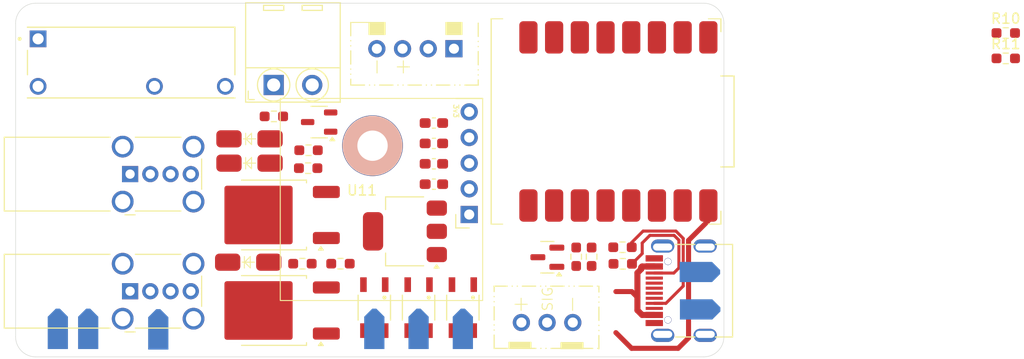
<source format=kicad_pcb>
(kicad_pcb (version 20240108) (generator "pcbnew") (generator_version "8.0")
  (layers (0 "F.Cu" signal) (31 "B.Cu" signal) (34 "B.Paste" user) (35 "F.Paste" user) (36 "B.SilkS" user "B.Silkscreen") (37 "F.SilkS" user "F.Silkscreen") (38 "B.Mask" user) (39 "F.Mask" user) (44 "Edge.Cuts" user))
  (net 0 "")
  (net 3 "GND")
  (net 4 "3v3")
  (net 5 "GPIO_10")
  (net 6 "GPIO_4")
  (net 7 "GPIO_21")
  (net 8 "GPIO_3")
  (net 9 "GPIO_1")
  (net 10 "GPIO_0")
  (net 11 "GPIO_2")
  (net 12 "GPIO_20")
  (net 15 "Net-(D1-A)")
  (net 16 "Net-(D2-A)")
  (net 17 "Net-(D3-A)")
  (net 20 "GPIO_7")
  (net 21 "Net-(Q1-G)")
  (net 22 "Net-(Q2-G)")
  (net 23 "Net-(Q4-B)")
  (net 24 "3v3_Esp")
  (net 25 "Net-(J4-5V)")
  (net 32 "5v_power")
  (net 33 "Net-(J7-CC1)")
  (net 34 "Net-(J7-CC2)")
  (net 35 "Net-(SEAN_Mtiny_Terminal_3.81-Pin_2)")
  (net 36 "Net-(SEAN_Mtiny_Terminal_3.81-Pin_1)")
  (net 39 "GPIO_5-SDA")
  (footprint "Resistor_SMD:R_0603_1608Metric_Pad0.98x0.95mm_HandSolder" (layer "F.Cu") (at 169.925 105.0875 -90)
    (property "Reference" "R6" (hide yes))
    (property "Value" "10K")
    (fp_line (start -0.254724 0.5225) (end 0.254724 0.5225) (stroke (width 0.12)) (layer "F.SilkS"))
    (fp_line (start -0.254724 -0.5225) (end 0.254724 -0.5225) (stroke (width 0.12)) (layer "F.SilkS"))
    (pad "1" smd roundrect (at -0.9125 0 270) (size 0.975 0.95) (layers "F.Cu" "F.Paste" "F.Mask") (net 24 "3v3_Esp"))
    (pad "2" smd roundrect (at 0.9125 0 270) (size 0.975 0.95) (layers "F.Cu" "F.Paste" "F.Mask") (net 11 "GPIO_2"))
  )
  (footprint "Resistor_SMD:R_0603_1608Metric_Pad0.98x0.95mm_HandSolder" (layer "F.Cu") (at 141.3455 105.775 180)
    (property "Reference" "R2" (hide yes))
    (property "Value" "10K" (hide yes))
    (fp_line (start -0.254724 0.5225) (end 0.254724 0.5225) (stroke (width 0.12)) (layer "F.SilkS"))
    (fp_line (start -0.254724 -0.5225) (end 0.254724 -0.5225) (stroke (width 0.12)) (layer "F.SilkS"))
    (pad "1" smd roundrect (at -0.9125 0 180) (size 0.975 0.95) (layers "F.Cu" "F.Paste" "F.Mask") (net 22 "Net-(Q2-G)"))
    (pad "2" smd roundrect (at 0.9125 0 180) (size 0.975 0.95) (layers "F.Cu" "F.Paste" "F.Mask") (net 3 "GND"))
  )
  (footprint "Resistor_SMD:R_0603_1608Metric_Pad0.98x0.95mm_HandSolder" (layer "F.Cu") (at 141.9125 96.325)
    (property "Reference" "R1" (hide yes))
    (property "Value" "10K" (hide yes))
    (fp_line (start -0.254724 -0.5225) (end 0.254724 -0.5225) (stroke (width 0.12)) (layer "F.SilkS"))
    (fp_line (start -0.254724 0.5225) (end 0.254724 0.5225) (stroke (width 0.12)) (layer "F.SilkS"))
    (pad "1" smd roundrect (at -0.9125 0) (size 0.975 0.95) (layers "F.Cu" "F.Paste" "F.Mask") (net 21 "Net-(Q1-G)"))
    (pad "2" smd roundrect (at 0.9125 0) (size 0.975 0.95) (layers "F.Cu" "F.Paste" "F.Mask") (net 3 "GND"))
  )
  (footprint "SEAN_Relay:SEAN_RELAY_HF46F" (layer "F.Cu") (at 124.425 85.875)
    (property "Reference" "K1" (hide yes))
    (property "Value" "SEAN_Relay_G5NB" (hide yes))
    (fp_line (start -10.25 -3.5) (end -10.25 -3.495) (stroke (width 0.127)) (layer "F.SilkS"))
    (fp_line (start -10.25 -1.205) (end -10.25 1.205) (stroke (width 0.127)) (layer "F.SilkS"))
    (fp_line (start -10.25 3.5) (end -10.25 3.495) (stroke (width 0.127)) (layer "F.SilkS"))
    (fp_line (start -10.25 3.5) (end 10.25 3.5) (stroke (width 0.127)) (layer "F.SilkS"))
    (fp_line (start 10.25 -3.5) (end -10.25 -3.5) (stroke (width 0.127)) (layer "F.SilkS"))
    (fp_line (start 10.25 1.205) (end 10.25 -3.5) (stroke (width 0.127)) (layer "F.SilkS"))
    (fp_line (start 10.25 3.5) (end 10.25 3.495) (stroke (width 0.127)) (layer "F.SilkS"))
    (fp_circle (center -11.025 -2.35) (end -10.925 -2.35) (stroke (width 0.2)) (fill none) (layer "F.SilkS"))
    (pad "1" thru_hole rect (at -9.2 -2.35) (size 1.65 1.65) (drill 1.1) (layers "*.Cu" "*.Mask") (net 32 "5v_power"))
    (pad "2" thru_hole circle (at -9.2 2.35) (size 1.65 1.65) (drill 1.1) (layers "*.Cu" "*.Mask") (net 17 "Net-(D3-A)"))
    (pad "3" thru_hole circle (at 2.3 2.35) (size 1.65 1.65) (drill 1.1) (layers "*.Cu" "*.Mask") (net 36 "Net-(SEAN_Mtiny_Terminal_3.81-Pin_1)"))
    (pad "4" thru_hole circle (at 9.3 2.35) (size 1.65 1.65) (drill 1.1) (layers "*.Cu" "*.Mask") (net 35 "Net-(SEAN_Mtiny_Terminal_3.81-Pin_2)"))
  )
  (footprint "SEAN_connect:SEAN_USB_Type_C" (layer "F.Cu") (at 180.07 108.45 90)
    (property "Reference" "J7" (hide yes))
    (property "Value" "SEAN_USB_Type_C")
    (fp_line (start -4.58 -1.85) (end -4.58 0.07) (stroke (width 0.12)) (layer "F.SilkS"))
    (fp_line (start 4.58 0.07) (end 4.58 -1.85) (stroke (width 0.12)) (layer "F.SilkS"))
    (fp_line (start 4.58 2.08) (end 4.58 3.785) (stroke (width 0.12)) (layer "F.SilkS"))
    (fp_line (start 4.58 3.785) (end -4.58 3.785) (stroke (width 0.12)) (layer "F.SilkS"))
    (fp_line (start -4.58 3.785) (end -4.58 2.08) (stroke (width 0.12)) (layer "F.SilkS"))
    (pad "" np_thru_hole circle (at -2.89 -2.605 90) (size 0.7 0.7) (drill 0.65) (layers "F&B.Cu" "*.Mask"))
    (pad "" np_thru_hole circle (at 2.89 -2.605 90) (size 0.7 0.7) (drill 0.65) (layers "F&B.Cu" "*.Mask"))
    (pad "A1" smd rect (at -3.2 -3.9525 90) (size 0.6 1.695) (layers "F.Cu" "F.Paste" "F.Mask") (net 3 "GND"))
    (pad "A4" smd rect (at -2.399999 -3.9525 90) (size 0.599998 1.695) (layers "F.Cu" "F.Paste" "F.Mask") (net 32 "5v_power"))
    (pad "A5" smd rect (at -1.25 -3.9525 90) (size 0.3 1.695) (layers "F.Cu" "F.Paste" "F.Mask") (net 33 "Net-(J7-CC1)"))
    (pad "A6" smd rect (at -0.249999 -3.9525 90) (size 0.299998 1.695) (layers "F.Cu" "F.Paste" "F.Mask"))
    (pad "A7" smd rect (at 0.25 -3.9525 90) (size 0.3 1.695) (layers "F.Cu" "F.Paste" "F.Mask"))
    (pad "A8" smd rect (at 1.25 -3.9525 90) (size 0.3 1.695) (layers "F.Cu" "F.Paste" "F.Mask"))
    (pad "A9" smd rect (at 2.4 -3.9525 90) (size 0.6 1.695) (layers "F.Cu" "F.Paste" "F.Mask") (net 32 "5v_power"))
    (pad "A12" smd rect (at 3.2 -3.9525 90) (size 0.6 1.695) (layers "F.Cu" "F.Paste" "F.Mask") (net 3 "GND"))
    (pad "B1" smd rect (at 3.2 -3.9525 90) (size 0.6 1.695) (layers "F.Cu" "F.Paste" "F.Mask") (net 3 "GND"))
    (pad "B4" smd rect (at 2.4 -3.9525 90) (size 0.6 1.695) (layers "F.Cu" "F.Paste" "F.Mask") (net 32 "5v_power"))
    (pad "B5" smd rect (at 1.75 -3.9525 90) (size 0.3 1.695) (layers "F.Cu" "F.Paste" "F.Mask") (net 34 "Net-(J7-CC2)"))
    (pad "B6" smd rect (at 0.75 -3.9525 90) (size 0.3 1.695) (layers "F.Cu" "F.Paste" "F.Mask"))
    (pad "B7" smd rect (at -0.749998 -3.9525 90) (size 0.299996 1.695) (layers "F.Cu" "F.Paste" "F.Mask"))
    (pad "B8" smd rect (at -1.75 -3.9525 90) (size 0.3 1.695) (layers "F.Cu" "F.Paste" "F.Mask"))
    (pad "B9" smd rect (at -2.399999 -3.9525 90) (size 0.599998 1.695) (layers "F.Cu" "F.Paste" "F.Mask") (net 32 "5v_power"))
    (pad "B12" smd rect (at -3.2 -3.9525 90) (size 0.6 1.695) (layers "F.Cu" "F.Paste" "F.Mask") (net 3 "GND"))
    (pad "S1" thru_hole oval (at -4.32 -3.125 90) (size 1.3 2.3) (drill oval 0.7 1.9 (offset -0.1 0)) (layers "*.Cu" "*.Mask") (net 3 "GND"))
    (pad "S1" thru_hole oval (at -4.32 1.075 90) (size 1.3 2.3) (drill oval 0.7 1.9 (offset -0.1 0)) (layers "*.Cu" "*.Mask") (net 3 "GND"))
    (pad "S1" thru_hole oval (at 4.32 -3.125 90) (size 1.3 2.3) (drill oval 0.7 1.9 (offset 0.1 0)) (layers "*.Cu" "*.Mask") (net 3 "GND"))
    (pad "S1" thru_hole oval (at 4.32 1.075 90) (size 1.3 2.3) (drill oval 0.7 1.9 (offset 0.1 0)) (layers "*.Cu" "*.Mask") (net 3 "GND"))
  )
  (footprint "SEAN_Mtiny:SEAN_Mtiny_Terminal_3.81" (layer "F.Cu") (at 138.5044 88.0889)
    (property "Reference" "SEAN_Mtiny_Terminal_3.81" (hide yes))
    (property "Value" "SEAN_Mtiny_Terminal_3.81")
    (fp_line (start -2.7686 -8.128) (end -2.7686 1.6764) (stroke (width 0.12)) (layer "F.SilkS"))
    (fp_line (start -2.7686 -8.128) (end 6.604 -8.128) (stroke (width 0.12)) (layer "F.SilkS"))
    (fp_line (start -2.7686 1.701) (end 6.5786 1.701) (stroke (width 0.12)) (layer "F.SilkS"))
    (fp_line (start -2.7178 -1.7) (end 6.5532 -1.7) (stroke (width 0.12)) (layer "F.SilkS"))
    (fp_line (start -2.5146 0.6078) (end -2.5146 1.4478) (stroke (width 0.12)) (layer "F.SilkS"))
    (fp_line (start -2.5146 1.4478) (end -1.9146 1.4478) (stroke (width 0.12)) (layer "F.SilkS"))
    (fp_line (start -1 -7.878) (end -1 -7.378) (stroke (width 0.12)) (layer "F.SilkS"))
    (fp_line (start -1 -7.878) (end 1 -7.878) (stroke (width 0.12)) (layer "F.SilkS"))
    (fp_line (start -1 -7.378) (end 1 -7.378) (stroke (width 0.12)) (layer "F.SilkS"))
    (fp_line (start 1 -7.878) (end 1 -7.378) (stroke (width 0.12)) (layer "F.SilkS"))
    (fp_line (start 2.81 -7.878) (end 2.81 -7.378) (stroke (width 0.12)) (layer "F.SilkS"))
    (fp_line (start 2.81 -7.878) (end 4.81 -7.878) (stroke (width 0.12)) (layer "F.SilkS"))
    (fp_line (start 2.81 -7.378) (end 4.81 -7.378) (stroke (width 0.12)) (layer "F.SilkS"))
    (fp_line (start 4.81 -7.878) (end 4.81 -7.378) (stroke (width 0.12)) (layer "F.SilkS"))
    (fp_line (start 6.5786 -8.1026) (end 6.5786 1.7272) (stroke (width 0.12)) (layer "F.SilkS"))
    (fp_circle (center 0 0) (end 1.6 0) (stroke (width 0.12)) (fill none) (layer "F.SilkS"))
    (fp_circle (center 3.81 0) (end 2.21 0) (stroke (width 0.12)) (fill none) (layer "F.SilkS"))
    (pad "1" thru_hole rect (at 0 0) (size 2 2) (drill 1.3) (layers "*.Cu" "*.Mask") (net 36 "Net-(SEAN_Mtiny_Terminal_3.81-Pin_1)"))
    (pad "2" thru_hole circle (at 3.81 0) (size 2 2) (drill 1.3) (layers "*.Cu" "*.Mask") (net 35 "Net-(SEAN_Mtiny_Terminal_3.81-Pin_2)"))
  )
  (footprint "SEAN_Device_sym:SEAN_Diode_1N4007" (layer "F.Cu") (at 135.9905 105.6275)
    (property "Reference" "D2" (hide yes))
    (property "Value" "SEAN_D")
    (fp_line (start -0.381 -0.5588) (end -0.381 0.5842) (stroke (width 0.1)) (layer "F.SilkS"))
    (fp_line (start -0.3556 0) (end 0.2032 0.5588) (stroke (width 0.1)) (layer "F.SilkS"))
    (fp_line (start -0.3556 0) (end 0.203499 -0.559099) (stroke (width 0.1)) (layer "F.SilkS"))
    (fp_line (start 0.2032 0.5588) (end 0.2032 -0.5588) (stroke (width 0.1)) (layer "F.SilkS"))
    (fp_line (start 0.6096 0) (end -0.6096 0) (stroke (width 0.1)) (layer "F.SilkS"))
    (pad "1" smd roundrect (at -2.032 0) (size 2.5 1.7) (layers "F.Cu" "F.Paste" "F.Mask") (net 32 "5v_power"))
    (pad "2" smd roundrect (at 2.032 0) (size 2.5 1.7) (layers "F.Cu" "F.Paste" "F.Mask") (net 16 "Net-(D2-A)"))
  )
  (footprint "Capacitor_SMD:C_0603_1608Metric_Pad1.08x0.95mm_HandSolder" (layer "F.Cu") (at 154.3375 97.9074 180)
    (property "Reference" "C1" (hide yes))
    (property "Value" "10uF")
    (fp_line (start -0.146267 0.51) (end 0.146267 0.51) (stroke (width 0.12)) (layer "F.SilkS"))
    (fp_line (start -0.146267 -0.51) (end 0.146267 -0.51) (stroke (width 0.12)) (layer "F.SilkS"))
    (pad "1" smd roundrect (at -0.8625 0 180) (size 1.075 0.95) (layers "F.Cu" "F.Paste" "F.Mask") (net 32 "5v_power"))
    (pad "2" smd roundrect (at 0.8625 0 180) (size 1.075 0.95) (layers "F.Cu" "F.Paste" "F.Mask") (net 3 "GND"))
  )
  (footprint "SEAN_Device_sym:SEAN_Diode_1N4007" (layer "F.Cu") (at 136.118 95.825)
    (property "Reference" "D1" (hide yes))
    (property "Value" "SEAN_D")
    (fp_line (start -0.381 -0.5588) (end -0.381 0.5842) (stroke (width 0.1)) (layer "F.SilkS"))
    (fp_line (start -0.3556 0) (end 0.2032 0.5588) (stroke (width 0.1)) (layer "F.SilkS"))
    (fp_line (start -0.3556 0) (end 0.203499 -0.559099) (stroke (width 0.1)) (layer "F.SilkS"))
    (fp_line (start 0.2032 0.5588) (end 0.2032 -0.5588) (stroke (width 0.1)) (layer "F.SilkS"))
    (fp_line (start 0.6096 0) (end -0.6096 0) (stroke (width 0.1)) (layer "F.SilkS"))
    (pad "1" smd roundrect (at -2.032 0) (size 2.5 1.7) (layers "F.Cu" "F.Paste" "F.Mask") (net 32 "5v_power"))
    (pad "2" smd roundrect (at 2.032 0) (size 2.5 1.7) (layers "F.Cu" "F.Paste" "F.Mask") (net 15 "Net-(D1-A)"))
  )
  (footprint "SEAN_connect:SEAN_Neopixel" (layer "F.Cu") (at 160.445 111.6 90)
    (property "Reference" "J4" (hide yes))
    (property "Value" "SEAN_Neopixel")
    (fp_line (start 3.6 -0.1778) (end 3.6 10.2) (stroke (width 0.12) (type dash_dot_dot)) (layer "F.SilkS"))
    (fp_line (start -2.557 -0.1524) (end 3.573 -0.1524) (stroke (width 0.12) (type dash_dot_dot)) (layer "F.SilkS"))
    (fp_line (start -2.557 -0.1524) (end -2.557 10.2254) (stroke (width 0.12) (type dash_dot_dot)) (layer "F.SilkS"))
    (fp_line (start 1.8034 1.9146) (end 1.8034 3.1146) (stroke (width 0.1)) (layer "F.SilkS"))
    (fp_line (start 1.2034 2.5146) (end 2.4034 2.5146) (stroke (width 0.1)) (layer "F.SilkS"))
    (fp_line (start 1.2 7.6) (end 2.4 7.6) (stroke (width 0.1)) (layer "F.SilkS"))
    (fp_line (start -2.6 10.2) (end 3.6 10.2) (stroke (width 0.12) (type dash_dot_dot)) (layer "F.SilkS"))
    (fp_rect (start -2.5654 1.3081) (end -1.9558 3.4925) (stroke (width 0.1)) (fill solid) (layer "F.SilkS"))
    (fp_rect (start -2.5908 6.4516) (end -1.9812 8.636) (stroke (width 0.1)) (fill solid) (layer "F.SilkS"))
    (fp_text user "SIG" (at 1.0414 5.715 90) (layer "F.SilkS") (effects (font (thickness 0.1)) (justify left bottom)))
    (pad "1" thru_hole oval (at 0 7.62 90) (size 1.7 1.7) (drill 1) (layers "*.Cu" "*.Mask") (net 3 "GND"))
    (pad "2" thru_hole oval (at 0 5.08 90) (size 1.7 1.7) (drill 1) (layers "*.Cu" "*.Mask") (net 25 "Net-(J4-5V)"))
    (pad "3" thru_hole oval (at 0 2.54 90) (size 1.7 1.7) (drill 1) (layers "*.Cu" "*.Mask") (net 32 "5v_power"))
  )
  (footprint "SEAN_MountingHole:SEAN_MountingHole_3mm_isolated" (layer "F.Cu") (at 148.275 94.1)
    (property "Reference" "Hold_keep1" (hide yes))
    (property "Value" "MountingHole")
    (fp_circle (center 0 0) (end 2.2 0) (stroke (width 1.5)) (fill none) (layer "B.SilkS"))
    (fp_circle (center 0 0) (end 2.2 0) (stroke (width 1.5)) (fill none) (layer "F.SilkS"))
    (pad "" np_thru_hole circle (at 0 0) (size 6 6) (drill 3) (layers "F&B.Cu" "*.Mask"))
  )
  (footprint "SEAN_Device_sym:SEAN_Button_4.2x3.3_SMD_V1" (layer "F.Cu") (at 148.45 110.125 -90)
    (property "Reference" "S1" (hide yes))
    (property "Value" "SEAN_Button_4.2x3.3_SMD_V1" (hide yes))
    (fp_line (start -1.23 1.6) (end 1.23 1.6) (stroke (width 0.127)) (layer "F.SilkS"))
    (fp_line (start -1.23 -1.6) (end 1.23 -1.6) (stroke (width 0.127)) (layer "F.SilkS"))
    (fp_circle (center -1 -1) (end -0.9 -1) (stroke (width 0.2)) (fill none) (layer "F.SilkS"))
    (pad "1" smd rect (at -2.275 -1.075 270) (size 1.45 0.65) (layers "F.Cu" "F.Paste" "F.Mask") (net 3 "GND"))
    (pad "2" smd rect (at 2.275 -1.075 270) (size 1.45 0.65) (layers "F.Cu" "F.Paste" "F.Mask") (net 3 "GND"))
    (pad "3" smd rect (at -2.275 1.075 270) (size 1.45 0.65) (layers "F.Cu" "F.Paste" "F.Mask") (net 10 "GPIO_0"))
    (pad "4" smd rect (at 2.275 1.075 270) (size 1.45 0.65) (layers "F.Cu" "F.Paste" "F.Mask") (net 10 "GPIO_0"))
  )
  (footprint "SEAN_connect:SEAN_USB_A_90" (layer "F.Cu") (at 124.315 96.9125)
    (property "Reference" "J1" (hide yes))
    (property "Value" "SEAN_USB_A_90" (hide yes))
    (fp_line (start -12.43 -3.65) (end -12.43 3.65) (stroke (width 0.12)) (layer "F.SilkS"))
    (fp_line (start -12.43 -3.65) (end -1.98 -3.65) (stroke (width 0.12)) (layer "F.SilkS"))
    (fp_line (start -12.43 3.65) (end -1.98 3.65) (stroke (width 0.12)) (layer "F.SilkS"))
    (fp_line (start -0.5 4.03) (end 0.5 4.03) (stroke (width 0.12)) (layer "F.SilkS"))
    (fp_line (start 0.52 -3.65) (end 5.02 -3.65) (stroke (width 0.12)) (layer "F.SilkS"))
    (fp_line (start 0.52 3.65) (end 5.02 3.65) (stroke (width 0.12)) (layer "F.SilkS"))
    (fp_line (start 7.07 -1.5) (end 7.07 1.5) (stroke (width 0.12)) (layer "F.SilkS"))
    (pad "1" thru_hole rect (at 0 0) (size 1.6 1.6) (drill 0.92) (layers "*.Cu" "*.Mask") (net 32 "5v_power"))
    (pad "2" thru_hole circle (at 2 0) (size 1.6 1.6) (drill 0.92) (layers "*.Cu" "*.Mask"))
    (pad "3" thru_hole circle (at 4 0) (size 1.6 1.6) (drill 0.92) (layers "*.Cu" "*.Mask"))
    (pad "4" thru_hole circle (at 6 0) (size 1.6 1.6) (drill 0.92) (layers "*.Cu" "*.Mask") (net 15 "Net-(D1-A)"))
    (pad "5" thru_hole circle (at -0.73 -2.72) (size 2.15 2.15) (drill 1.5) (layers "*.Cu" "*.Mask") (net 3 "GND"))
    (pad "5" thru_hole circle (at -0.73 2.72) (size 2.15 2.15) (drill 1.5) (layers "*.Cu" "*.Mask") (net 3 "GND"))
    (pad "5" thru_hole circle (at 6.27 -2.72) (size 2.15 2.15) (drill 1.5) (layers "*.Cu" "*.Mask") (net 3 "GND"))
    (pad "5" thru_hole circle (at 6.27 2.72) (size 2.15 2.15) (drill 1.5) (layers "*.Cu" "*.Mask") (net 3 "GND"))
  )
  (footprint "SEAN_Mtiny:SEAN_Mtiny_I2C" (layer "F.Cu") (at 156.32 84.5015 -90)
    (property "Reference" "J5" (hide yes))
    (property "Value" "SEAN_MTINY_I2C")
    (fp_line (start -2.6 10.2) (end 3.6 10.2) (stroke (width 0.12) (type dash_dot_dot)) (layer "F.SilkS"))
    (fp_line (start -2.6 10.2) (end -2.6 8.4) (stroke (width 0.1)) (layer "F.SilkS"))
    (fp_line (start 1.2 7.6) (end 2.4 7.6) (stroke (width 0.1)) (layer "F.SilkS"))
    (fp_line (start 1.2 5) (end 2.4 5) (stroke (width 0.1)) (layer "F.SilkS"))
    (fp_line (start 1.8 4.4) (end 1.8 5.6) (stroke (width 0.1)) (layer "F.SilkS"))
    (fp_line (start -2.53 -2.4) (end 3.6 -2.4) (stroke (width 0.12) (type dash_dot_dot)) (layer "F.SilkS"))
    (fp_line (start 3.6 -2.4) (end 3.6 10.2) (stroke (width 0.12) (type dash_dot_dot)) (layer "F.SilkS"))
    (fp_poly (pts (xy -2.6 8.4) (xy -1.4 8.4) (xy -1.4 6.8) (xy -2.6 6.8) (xy -2.6 0.8) (xy -1.4 0.8) (xy -1.4 -0.8) (xy -2.6 -0.8) (xy -2.6 -2.4)) (stroke (width 0.1)) (fill solid) (layer "F.SilkS"))
    (pad "1" thru_hole oval (at 0 7.62 270) (size 1.7 1.7) (drill 1) (layers "*.Cu" "*.Mask") (net 3 "GND"))
    (pad "2" thru_hole oval (at 0 5.08 270) (size 1.7 1.7) (drill 1) (layers "*.Cu" "*.Mask") (net 24 "3v3_Esp"))
    (pad "3" thru_hole oval (at 0 2.54 270) (size 1.7 1.7) (drill 1) (layers "*.Cu" "*.Mask") (net 39 "GPIO_5-SDA"))
    (pad "4" thru_hole rect (at 0 0 270) (size 1.7 1.7) (drill 1) (layers "*.Cu" "*.Mask") (net 39 "GPIO_5-SDA"))
  )
  (footprint "Package_TO_SOT_SMD:SOT-23-3" (layer "F.Cu") (at 143 91.7625 180)
    (property "Reference" "Q4" (hide yes))
    (property "Value" "S8050")
    (fp_line (start 0 1.56) (end 0.8 1.56) (stroke (width 0.12)) (layer "F.SilkS"))
    (fp_line (start 0 1.56) (end -0.8 1.56) (stroke (width 0.12)) (layer "F.SilkS"))
    (fp_line (start 0 -1.56) (end 0.8 -1.56) (stroke (width 0.12)) (layer "F.SilkS"))
    (fp_line (start 0 -1.56) (end -0.8 -1.56) (stroke (width 0.12)) (layer "F.SilkS"))
    (fp_poly (pts (xy -1.3 -1.51) (xy -1.54 -1.84) (xy -1.06 -1.84) (xy -1.3 -1.51)) (stroke (width 0.12)) (fill solid) (layer "F.SilkS"))
    (pad "1" smd roundrect (at -1.1375 -0.95 180) (size 1.325 0.6) (layers "F.Cu" "F.Paste" "F.Mask") (net 3 "GND"))
    (pad "2" smd roundrect (at -1.1375 0.95 180) (size 1.325 0.6) (layers "F.Cu" "F.Paste" "F.Mask") (net 23 "Net-(Q4-B)"))
    (pad "3" smd roundrect (at 1.1375 0 180) (size 1.325 0.6) (layers "F.Cu" "F.Paste" "F.Mask") (net 17 "Net-(D3-A)"))
  )
  (footprint "Package_TO_SOT_SMD:SOT-223-3_TabPin2" (layer "F.Cu") (at 151.475 102.575 180)
    (property "Reference" "U2" (hide yes))
    (property "Value" "AMS1117-3.3" (hide yes))
    (fp_line (start 1.91 3.41) (end 1.91 2.15) (stroke (width 0.12)) (layer "F.SilkS"))
    (fp_line (start 1.91 -3.41) (end 1.91 -2.15) (stroke (width 0.12)) (layer "F.SilkS"))
    (fp_line (start -1.85 3.41) (end 1.91 3.41) (stroke (width 0.12)) (layer "F.SilkS"))
    (fp_line (start -1.85 -3.41) (end 1.91 -3.41) (stroke (width 0.12)) (layer "F.SilkS"))
    (fp_poly (pts (xy -3.13 -3.31) (xy -3.37 -3.64) (xy -2.89 -3.64) (xy -3.13 -3.31)) (stroke (width 0.12)) (fill solid) (layer "F.SilkS"))
    (pad "1" smd roundrect (at -3.15 -2.3 180) (size 2 1.5) (layers "F.Cu" "F.Paste" "F.Mask") (net 3 "GND"))
    (pad "2" smd roundrect (at -3.15 0 180) (size 2 1.5) (layers "F.Cu" "F.Paste" "F.Mask") (net 4 "3v3"))
    (pad "2" smd roundrect (at 3.15 0 180) (size 2 3.8) (layers "F.Cu" "F.Paste" "F.Mask") (net 4 "3v3"))
    (pad "3" smd roundrect (at -3.15 2.3 180) (size 2 1.5) (layers "F.Cu" "F.Paste" "F.Mask") (net 32 "5v_power"))
  )
  (footprint "Resistor_SMD:R_0603_1608Metric_Pad0.98x0.95mm_HandSolder" (layer "F.Cu") (at 168.4 105.0875 -90)
    (property "Reference" "R9" (hide yes))
    (property "Value" "10K")
    (fp_line (start -0.254724 0.5225) (end 0.254724 0.5225) (stroke (width 0.12)) (layer "F.SilkS"))
    (fp_line (start -0.254724 -0.5225) (end 0.254724 -0.5225) (stroke (width 0.12)) (layer "F.SilkS"))
    (pad "1" smd roundrect (at -0.9125 0 270) (size 0.975 0.95) (layers "F.Cu" "F.Paste" "F.Mask") (net 25 "Net-(J4-5V)"))
    (pad "2" smd roundrect (at 0.9125 0 270) (size 0.975 0.95) (layers "F.Cu" "F.Paste" "F.Mask") (net 32 "5v_power"))
  )
  (footprint "SEAN_mmWare:SEAN_mmWare_Rd-03" (layer "F.Cu") (at 149.3282 98.6 180)
    (property "Reference" "U11" (at 2.092 0.0772 180) (layer "F.SilkS"))
    (property "Value" "~")
    (fp_line (start -7.1698 -3.6404) (end -7.1698 -2.3104) (stroke (width 0.12)) (layer "F.SilkS"))
    (fp_line (start -8.4998 -3.6404) (end -7.1698 -3.6404) (stroke (width 0.12)) (layer "F.SilkS"))
    (fp_line (start -9.8298 9.1796) (end -7.1698 9.1796) (stroke (width 0.12)) (layer "F.SilkS"))
    (fp_rect (start -9.8298 -10.8204) (end 10.1702 9.1796) (stroke (width 0.1)) (fill none) (layer "F.SilkS"))
    (fp_text user "3v3" (at -6.8996 8.6624 -90) (layer "F.SilkS") (effects (font (size 0.5 0.5) (thickness 0.1)) (justify left bottom)))
    (pad "1" thru_hole oval (at -8.4998 7.8496 180) (size 1.7 1.7) (drill 1) (layers "*.Cu" "*.Mask") (net 20 "GPIO_7"))
    (pad "2" thru_hole oval (at -8.4998 5.3096 180) (size 1.7 1.7) (drill 1) (layers "*.Cu" "*.Mask"))
    (pad "3" thru_hole oval (at -8.4998 2.7696 180) (size 1.7 1.7) (drill 1) (layers "*.Cu" "*.Mask"))
    (pad "4" thru_hole oval (at -8.4998 0.2296 180) (size 1.7 1.7) (drill 1) (layers "*.Cu" "*.Mask") (net 3 "GND"))
    (pad "5" thru_hole rect (at -8.4998 -2.3104 180) (size 1.7 1.7) (drill 1) (layers "*.Cu" "*.Mask") (net 4 "3v3"))
  )
  (footprint "Resistor_SMD:R_0603_1608Metric_Pad0.98x0.95mm_HandSolder" (layer "F.Cu") (at 210.85 85.46)
    (property "Reference" "R11" (at 0 -1.43 0) (layer "F.SilkS"))
    (property "Value" "10K")
    (fp_line (start -0.254724 -0.5225) (end 0.254724 -0.5225) (stroke (width 0.12)) (layer "F.SilkS"))
    (fp_line (start -0.254724 0.5225) (end 0.254724 0.5225) (stroke (width 0.12)) (layer "F.SilkS"))
    (pad "1" smd roundrect (at -0.9125 0) (size 0.975 0.95) (layers "F.Cu" "F.Paste" "F.Mask") (net 24 "3v3_Esp"))
    (pad "2" smd roundrect (at 0.9125 0) (size 0.975 0.95) (layers "F.Cu" "F.Paste" "F.Mask") (net 39 "GPIO_5-SDA"))
  )
  (footprint "SEAN_connect:SEAN_USB_A_90" (layer "F.Cu") (at 124.315 108.5)
    (property "Reference" "J2" (hide yes))
    (property "Value" "SEAN_USB_A_90" (hide yes))
    (fp_line (start -12.43 -3.65) (end -12.43 3.65) (stroke (width 0.12)) (layer "F.SilkS"))
    (fp_line (start -12.43 -3.65) (end -1.98 -3.65) (stroke (width 0.12)) (layer "F.SilkS"))
    (fp_line (start -12.43 3.65) (end -1.98 3.65) (stroke (width 0.12)) (layer "F.SilkS"))
    (fp_line (start -0.5 4.03) (end 0.5 4.03) (stroke (width 0.12)) (layer "F.SilkS"))
    (fp_line (start 0.52 -3.65) (end 5.02 -3.65) (stroke (width 0.12)) (layer "F.SilkS"))
    (fp_line (start 0.52 3.65) (end 5.02 3.65) (stroke (width 0.12)) (layer "F.SilkS"))
    (fp_line (start 7.07 -1.5) (end 7.07 1.5) (stroke (width 0.12)) (layer "F.SilkS"))
    (pad "1" thru_hole rect (at 0 0) (size 1.6 1.6) (drill 0.92) (layers "*.Cu" "*.Mask") (net 32 "5v_power"))
    (pad "2" thru_hole circle (at 2 0) (size 1.6 1.6) (drill 0.92) (layers "*.Cu" "*.Mask"))
    (pad "3" thru_hole circle (at 4 0) (size 1.6 1.6) (drill 0.92) (layers "*.Cu" "*.Mask"))
    (pad "4" thru_hole circle (at 6 0) (size 1.6 1.6) (drill 0.92) (layers "*.Cu" "*.Mask") (net 16 "Net-(D2-A)"))
    (pad "5" thru_hole circle (at -0.73 -2.72) (size 2.15 2.15) (drill 1.5) (layers "*.Cu" "*.Mask") (net 3 "GND"))
    (pad "5" thru_hole circle (at -0.73 2.72) (size 2.15 2.15) (drill 1.5) (layers "*.Cu" "*.Mask") (net 3 "GND"))
    (pad "5" thru_hole circle (at 6.27 -2.72) (size 2.15 2.15) (drill 1.5) (layers "*.Cu" "*.Mask") (net 3 "GND"))
    (pad "5" thru_hole circle (at 6.27 2.72) (size 2.15 2.15) (drill 1.5) (layers "*.Cu" "*.Mask") (net 3 "GND"))
  )
  (footprint "SEAN_Device_sym:SEAN_Button_4.2x3.3_SMD_V1" (layer "F.Cu") (at 157.2 110.125 -90)
    (property "Reference" "S3" (hide yes))
    (property "Value" "SEAN_Button_4.2x3.3_SMD_V1" (hide yes))
    (fp_line (start -1.23 1.6) (end 1.23 1.6) (stroke (width 0.127)) (layer "F.SilkS"))
    (fp_line (start -1.23 -1.6) (end 1.23 -1.6) (stroke (width 0.127)) (layer "F.SilkS"))
    (fp_circle (center -1 -1) (end -0.9 -1) (stroke (width 0.2)) (fill none) (layer "F.SilkS"))
    (pad "1" smd rect (at -2.275 -1.075 270) (size 1.45 0.65) (layers "F.Cu" "F.Paste" "F.Mask") (net 3 "GND"))
    (pad "2" smd rect (at 2.275 -1.075 270) (size 1.45 0.65) (layers "F.Cu" "F.Paste" "F.Mask") (net 3 "GND"))
    (pad "3" smd rect (at -2.275 1.075 270) (size 1.45 0.65) (layers "F.Cu" "F.Paste" "F.Mask") (net 8 "GPIO_3"))
    (pad "4" smd rect (at 2.275 1.075 270) (size 1.45 0.65) (layers "F.Cu" "F.Paste" "F.Mask") (net 8 "GPIO_3"))
  )
  (footprint "SEAN_MOSFET:SEAN_MOSFET_AOD4184" (layer "F.Cu") (at 138.438 110.4075)
    (property "Reference" "Q2" (hide yes))
    (property "Value" "SEAN_MOSFET_AOD4184" (hide yes))
    (fp_line (start -3.11 -3.45) (end 3.31 -3.45) (stroke (width 0.12)) (layer "F.SilkS"))
    (fp_line (start -3.11 3.45) (end 3.31 3.45) (stroke (width 0.12)) (layer "F.SilkS"))
    (fp_line (start 3.31 -3.45) (end 3.31 -3.18) (stroke (width 0.12)) (layer "F.SilkS"))
    (fp_line (start 3.31 3.45) (end 3.31 3.18) (stroke (width 0.12)) (layer "F.SilkS"))
    (fp_poly (pts (xy 4.73 3.14) (xy 4.97 3.47) (xy 4.49 3.47) (xy 4.73 3.14)) (stroke (width 0.12)) (fill solid) (layer "F.SilkS"))
    (pad "1" smd roundrect (at -1.43 0 180) (size 6.74 5.8) (layers "F.Cu" "F.Mask") (roundrect_rratio 0.043103) (net 16 "Net-(D2-A)"))
    (pad "2" smd roundrect (at 5.27 2.28 180) (size 2.66 1.2) (layers "F.Cu" "F.Paste" "F.Mask") (roundrect_rratio 0.208333) (net 22 "Net-(Q2-G)"))
    (pad "3" smd roundrect (at 5.27 -2.28 180) (size 2.66 1.2) (layers "F.Cu" "F.Paste" "F.Mask") (roundrect_rratio 0.208333) (net 3 "GND"))
  )
  (footprint "SEAN_Device_sym:SEAN_Diode_1N4007" (layer "F.Cu") (at 136.118 93.425)
    (property "Reference" "D3" (hide yes))
    (property "Value" "SEAN_D")
    (fp_line (start -0.381 -0.5588) (end -0.381 0.5842) (stroke (width 0.1)) (layer "F.SilkS"))
    (fp_line (start -0.3556 0) (end 0.2032 0.5588) (stroke (width 0.1)) (layer "F.SilkS"))
    (fp_line (start -0.3556 0) (end 0.203499 -0.559099) (stroke (width 0.1)) (layer "F.SilkS"))
    (fp_line (start 0.2032 0.5588) (end 0.2032 -0.5588) (stroke (width 0.1)) (layer "F.SilkS"))
    (fp_line (start 0.6096 0) (end -0.6096 0) (stroke (width 0.1)) (layer "F.SilkS"))
    (pad "1" smd roundrect (at -2.032 0) (size 2.5 1.7) (layers "F.Cu" "F.Paste" "F.Mask") (net 32 "5v_power"))
    (pad "2" smd roundrect (at 2.032 0) (size 2.5 1.7) (layers "F.Cu" "F.Paste" "F.Mask") (net 17 "Net-(D3-A)"))
  )
  (footprint "Capacitor_SMD:C_0603_1608Metric_Pad1.08x0.95mm_HandSolder" (layer "F.Cu") (at 154.3375 91.8588 180)
    (property "Reference" "C4" (hide yes))
    (property "Value" "100nF")
    (fp_line (start -0.146267 0.51) (end 0.146267 0.51) (stroke (width 0.12)) (layer "F.SilkS"))
    (fp_line (start -0.146267 -0.51) (end 0.146267 -0.51) (stroke (width 0.12)) (layer "F.SilkS"))
    (pad "1" smd roundrect (at -0.8625 0 180) (size 1.075 0.95) (layers "F.Cu" "F.Paste" "F.Mask") (net 4 "3v3"))
    (pad "2" smd roundrect (at 0.8625 0 180) (size 1.075 0.95) (layers "F.Cu" "F.Paste" "F.Mask") (net 3 "GND"))
  )
  (footprint "SEAN_ESP:SEAN_ESP32-C3_SUPERMINI" (layer "F.Cu") (at 172.57 91.7 -90)
    (property "Reference" "U1" (hide yes))
    (property "Value" "SEAN_ESP32-C3_SUPERMINI" (hide yes))
    (fp_line (start -10.16 12.57) (end -10.16 11.43) (stroke (width 0.1)) (layer "F.SilkS"))
    (fp_line (start 10.16 12.57) (end -10.16 12.57) (stroke (width 0.127)) (layer "F.SilkS"))
    (fp_line (start 10.16 12.57) (end 10.16 11.43) (stroke (width 0.1)) (layer "F.SilkS"))
    (fp_line (start -10.16 -8.89) (end -10.16 -10.13) (stroke (width 0.1)) (layer "F.SilkS"))
    (fp_line (start 10.16 -8.89) (end 10.16 -10.13) (stroke (width 0.1)) (layer "F.SilkS"))
    (fp_line (start -8.89 -10.13) (end -10.16 -10.13) (stroke (width 0.127)) (layer "F.SilkS"))
    (fp_line (start 10.16 -10.13) (end 8.89 -10.13) (stroke (width 0.127)) (layer "F.SilkS"))
    (fp_line (start -4.5 -11.43) (end -4.5 -10.13) (stroke (width 0.127)) (layer "F.SilkS"))
    (fp_line (start 4.5 -11.43) (end 4.5 -10.13) (stroke (width 0.127)) (layer "F.SilkS"))
    (fp_line (start 4.5 -11.43) (end -4.5 -11.43) (stroke (width 0.127)) (layer "F.SilkS"))
    (pad "0" smd roundrect (at 7.62 8.89 270) (size 3.2 1.8) (drill (offset 0.7 0)) (layers "F.Cu" "F.Paste" "F.Mask") (roundrect_rratio 0.2222222222) (net 10 "GPIO_0"))
    (pad "1" smd roundrect (at 7.62 6.35 270) (size 3.2 1.8) (drill (offset 0.7 0)) (layers "F.Cu" "F.Paste" "F.Mask") (roundrect_rratio 0.2099737533) (net 9 "GPIO_1"))
    (pad "2" smd roundrect (at 7.62 3.81 270) (size 3.2 1.8) (drill (offset 0.7 0)) (layers "F.Cu" "F.Paste" "F.Mask") (roundrect_rratio 0.2099737533) (net 11 "GPIO_2"))
    (pad "3" smd roundrect (at 7.62 1.27 270) (size 3.2 1.8) (drill (offset 0.7 0)) (layers "F.Cu" "F.Paste" "F.Mask") (roundrect_rratio 0.2099737533) (net 8 "GPIO_3"))
    (pad "3.3" smd roundrect (at 7.62 -3.81 270) (size 3.2 1.8) (drill (offset 0.7 0)) (layers "F.Cu" "F.Paste" "F.Mask") (roundrect_rratio 0.2099737533) (net 24 "3v3_Esp"))
    (pad "4" smd roundrect (at 7.62 -1.27 270) (size 3.2 1.8) (drill (offset 0.7 0)) (layers "F.Cu" "F.Paste" "F.Mask") (roundrect_rratio 0.2099737533) (net 6 "GPIO_4"))
    (pad "5" smd roundrect (at -7.62 -8.89 270) (size 3.2 1.8) (drill (offset -0.7 0)) (layers "F.Cu" "F.Paste" "F.Mask") (roundrect_rratio 0.2099737533) (net 39 "GPIO_5-SDA"))
    (pad "5V" smd roundrect (at 7.62 -8.89 270) (size 3.2 1.8) (drill (offset 0.7 0)) (layers "F.Cu" "F.Paste" "F.Mask") (roundrect_rratio 0.2099737533) (net 32 "5v_power"))
    (pad "6" smd roundrect (at -7.62 -6.35 270) (size 3.2 1.8) (drill (offset -0.7 0)) (layers "F.Cu" "F.Paste" "F.Mask") (roundrect_rratio 0.2099737533) (net 39 "GPIO_5-SDA"))
    (pad "7" smd roundrect (at -7.62 -3.81 270) (size 3.2 1.8) (drill (offset -0.7 0)) (layers "F.Cu" "F.Paste" "F.Mask") (roundrect_rratio 0.2099737533) (net 20 "GPIO_7"))
    (pad "8" smd roundrect (at -7.62 -1.27 270) (size 3.2 1.8) (drill (offset -0.7 0)) (layers "F.Cu" "F.Paste" "F.Mask") (roundrect_rratio 0.2099737533))
    (pad "9" smd roundrect (at -7.62 1.27 270) (size 3.2 1.8) (drill (offset -0.7 0)) (layers "F.Cu" "F.Paste" "F.Mask") (roundrect_rratio 0.2099737533))
    (pad "10" smd roundrect (at -7.62 3.81 270) (size 3.2 1.8) (drill (offset -0.7 0)) (layers "F.Cu" "F.Paste" "F.Mask") (roundrect_rratio 0.2099737533) (net 5 "GPIO_10"))
    (pad "20" smd roundrect (at -7.62 6.35 270) (size 3.2 1.8) (drill (offset -0.7 0)) (layers "F.Cu" "F.Paste" "F.Mask") (roundrect_rratio 0.2099737533) (net 12 "GPIO_20"))
    (pad "21" smd roundrect (at -7.62 8.89 270) (size 3.2 1.8) (drill (offset -0.7 0)) (layers "F.Cu" "F.Paste" "F.Mask") (roundrect_rratio 0.2099737533) (net 7 "GPIO_21"))
    (pad "G" smd roundrect (at 7.62 -6.35 270) (size 3.2 1.8) (drill (offset 0.7 0)) (layers "F.Cu" "F.Paste" "F.Mask") (roundrect_rratio 0.2099737533) (net 3 "GND"))
  )
  (footprint "Resistor_SMD:R_0603_1608Metric_Pad0.98x0.95mm_HandSolder" (layer "F.Cu") (at 141.95 94.55)
    (property "Reference" "R4" (hide yes))
    (property "Value" "100")
    (fp_line (start -0.254724 -0.5225) (end 0.254724 -0.5225) (stroke (width 0.12)) (layer "F.SilkS"))
    (fp_line (start -0.254724 0.5225) (end 0.254724 0.5225) (stroke (width 0.12)) (layer "F.SilkS"))
    (pad "1" smd roundrect (at -0.9125 0) (size 0.975 0.95) (layers "F.Cu" "F.Paste" "F.Mask") (net 21 "Net-(Q1-G)"))
    (pad "2" smd roundrect (at 0.9125 0) (size 0.975 0.95) (layers "F.Cu" "F.Paste" "F.Mask") (net 5 "GPIO_10"))
  )
  (footprint "SEAN_MOSFET:SEAN_MOSFET_AOD4184" (layer "F.Cu") (at 138.438 100.9575)
    (property "Reference" "Q1" (hide yes))
    (property "Value" "SEAN_MOSFET_AOD4184" (hide yes))
    (fp_line (start -3.11 -3.45) (end 3.31 -3.45) (stroke (width 0.12)) (layer "F.SilkS"))
    (fp_line (start -3.11 3.45) (end 3.31 3.45) (stroke (width 0.12)) (layer "F.SilkS"))
    (fp_line (start 3.31 -3.45) (end 3.31 -3.18) (stroke (width 0.12)) (layer "F.SilkS"))
    (fp_line (start 3.31 3.45) (end 3.31 3.18) (stroke (width 0.12)) (layer "F.SilkS"))
    (fp_poly (pts (xy 4.73 3.14) (xy 4.97 3.47) (xy 4.49 3.47) (xy 4.73 3.14)) (stroke (width 0.12)) (fill solid) (layer "F.SilkS"))
    (pad "1" smd roundrect (at -1.43 0 180) (size 6.74 5.8) (layers "F.Cu" "F.Mask") (roundrect_rratio 0.043103) (net 15 "Net-(D1-A)"))
    (pad "2" smd roundrect (at 5.27 2.28 180) (size 2.66 1.2) (layers "F.Cu" "F.Paste" "F.Mask") (roundrect_rratio 0.208333) (net 21 "Net-(Q1-G)"))
    (pad "3" smd roundrect (at 5.27 -2.28 180) (size 2.66 1.2) (layers "F.Cu" "F.Paste" "F.Mask") (roundrect_rratio 0.208333) (net 3 "GND"))
  )
  (footprint "Resistor_SMD:R_0603_1608Metric_Pad0.98x0.95mm_HandSolder" (layer "F.Cu") (at 172.975 104.15)
    (property "Reference" "R8" (hide yes))
    (property "Value" "10K" (hide yes))
    (fp_line (start -0.254724 -0.5225) (end 0.254724 -0.5225) (stroke (width 0.12)) (layer "F.SilkS"))
    (fp_line (start -0.254724 0.5225) (end 0.254724 0.5225) (stroke (width 0.12)) (layer "F.SilkS"))
    (pad "1" smd roundrect (at -0.9125 0) (size 0.975 0.95) (layers "F.Cu" "F.Paste" "F.Mask") (net 24 "3v3_Esp"))
    (pad "2" smd roundrect (at 0.9125 0) (size 0.975 0.95) (layers "F.Cu" "F.Paste" "F.Mask") (net 39 "GPIO_5-SDA"))
  )
  (footprint "Capacitor_SMD:C_0603_1608Metric_Pad1.08x0.95mm_HandSolder" (layer "F.Cu") (at 154.3375 93.875 180)
    (property "Reference" "C3" (hide yes))
    (property "Value" "10uF")
    (fp_line (start -0.146267 0.51) (end 0.146267 0.51) (stroke (width 0.12)) (layer "F.SilkS"))
    (fp_line (start -0.146267 -0.51) (end 0.146267 -0.51) (stroke (width 0.12)) (layer "F.SilkS"))
    (pad "1" smd roundrect (at -0.8625 0 180) (size 1.075 0.95) (layers "F.Cu" "F.Paste" "F.Mask") (net 4 "3v3"))
    (pad "2" smd roundrect (at 0.8625 0 180) (size 1.075 0.95) (layers "F.Cu" "F.Paste" "F.Mask") (net 3 "GND"))
  )
  (footprint "SEAN_MOSFET:SEAN_MOSFET_bss138" (layer "F.Cu") (at 165.55 105.1375 180)
    (property "Reference" "Q5" (hide yes))
    (property "Value" "SEAN_MOSFET_bss138")
    (fp_line (start 0 1.56) (end 0.65 1.56) (stroke (width 0.12)) (layer "F.SilkS"))
    (fp_line (start 0 1.56) (end -0.65 1.56) (stroke (width 0.12)) (layer "F.SilkS"))
    (fp_line (start 0 -1.56) (end 0.65 -1.56) (stroke (width 0.12)) (layer "F.SilkS"))
    (fp_line (start 0 -1.56) (end -0.65 -1.56) (stroke (width 0.12)) (layer "F.SilkS"))
    (fp_poly (pts (xy -1.1625 -1.51) (xy -1.4025 -1.84) (xy -0.9225 -1.84) (xy -1.1625 -1.51)) (stroke (width 0.12)) (fill solid) (layer "F.SilkS"))
    (pad "1" smd roundrect (at 0.9375 0 180) (size 1.475 0.6) (layers "F.Cu" "F.Paste" "F.Mask") (net 25 "Net-(J4-5V)"))
    (pad "2" smd roundrect (at -0.9375 -0.95 180) (size 1.475 0.6) (layers "F.Cu" "F.Paste" "F.Mask") (net 24 "3v3_Esp"))
    (pad "3" smd roundrect (at -0.9375 0.95 180) (size 1.475 0.6) (layers "F.Cu" "F.Paste" "F.Mask") (net 11 "GPIO_2"))
  )
  (footprint "Capacitor_SMD:C_0603_1608Metric_Pad1.08x0.95mm_HandSolder" (layer "F.Cu") (at 154.3375 95.8912 180)
    (property "Reference" "C2" (hide yes))
    (property "Value" "100nF")
    (fp_line (start -0.146267 0.51) (end 0.146267 0.51) (stroke (width 0.12)) (layer "F.SilkS"))
    (fp_line (start -0.146267 -0.51) (end 0.146267 -0.51) (stroke (width 0.12)) (layer "F.SilkS"))
    (pad "1" smd roundrect (at -0.8625 0 180) (size 1.075 0.95) (layers "F.Cu" "F.Paste" "F.Mask") (net 32 "5v_power"))
    (pad "2" smd roundrect (at 0.8625 0 180) (size 1.075 0.95) (layers "F.Cu" "F.Paste" "F.Mask") (net 3 "GND"))
  )
  (footprint "SEAN_Device_sym:SEAN_Button_4.2x3.3_SMD_V1" (layer "F.Cu") (at 152.825 110.125 -90)
    (property "Reference" "S2" (hide yes))
    (property "Value" "SEAN_Button_4.2x3.3_SMD_V1" (hide yes))
    (fp_line (start -1.23 1.6) (end 1.23 1.6) (stroke (width 0.127)) (layer "F.SilkS"))
    (fp_line (start -1.23 -1.6) (end 1.23 -1.6) (stroke (width 0.127)) (layer "F.SilkS"))
    (fp_circle (center -1 -1) (end -0.9 -1) (stroke (width 0.2)) (fill none) (layer "F.SilkS"))
    (pad "1" smd rect (at -2.275 -1.075 270) (size 1.45 0.65) (layers "F.Cu" "F.Paste" "F.Mask") (net 3 "GND"))
    (pad "2" smd rect (at 2.275 -1.075 270) (size 1.45 0.65) (layers "F.Cu" "F.Paste" "F.Mask") (net 3 "GND"))
    (pad "3" smd rect (at -2.275 1.075 270) (size 1.45 0.65) (layers "F.Cu" "F.Paste" "F.Mask") (net 9 "GPIO_1"))
    (pad "4" smd rect (at 2.275 1.075 270) (size 1.45 0.65) (layers "F.Cu" "F.Paste" "F.Mask") (net 9 "GPIO_1"))
  )
  (footprint "Resistor_SMD:R_0603_1608Metric_Pad0.98x0.95mm_HandSolder" (layer "F.Cu") (at 173 105.79)
    (property "Reference" "R7" (hide yes))
    (property "Value" "4.7K" (hide yes))
    (fp_line (start -0.254724 -0.5225) (end 0.254724 -0.5225) (stroke (width 0.12)) (layer "F.SilkS"))
    (fp_line (start -0.254724 0.5225) (end 0.254724 0.5225) (stroke (width 0.12)) (layer "F.SilkS"))
    (pad "1" smd roundrect (at -0.9125 0) (size 0.975 0.95) (layers "F.Cu" "F.Paste" "F.Mask") (net 3 "GND"))
    (pad "2" smd roundrect (at 0.9125 0) (size 0.975 0.95) (layers "F.Cu" "F.Paste" "F.Mask") (net 33 "Net-(J7-CC1)"))
  )
  (footprint "Resistor_SMD:R_0603_1608Metric_Pad0.98x0.95mm_HandSolder" (layer "F.Cu") (at 145.1055 105.775)
    (property "Reference" "R5" (hide yes))
    (property "Value" "100")
    (fp_line (start -0.254724 -0.5225) (end 0.254724 -0.5225) (stroke (width 0.12)) (layer "F.SilkS"))
    (fp_line (start -0.254724 0.5225) (end 0.254724 0.5225) (stroke (width 0.12)) (layer "F.SilkS"))
    (pad "1" smd roundrect (at -0.9125 0) (size 0.975 0.95) (layers "F.Cu" "F.Paste" "F.Mask") (net 22 "Net-(Q2-G)"))
    (pad "2" smd roundrect (at 0.9125 0) (size 0.975 0.95) (layers "F.Cu" "F.Paste" "F.Mask") (net 12 "GPIO_20"))
  )
  (footprint "Resistor_SMD:R_0603_1608Metric_Pad0.98x0.95mm_HandSolder" (layer "F.Cu") (at 210.85 82.95)
    (property "Reference" "R10" (at 0 -1.43 0) (layer "F.SilkS"))
    (property "Value" "4.7K")
    (fp_line (start -0.254724 -0.5225) (end 0.254724 -0.5225) (stroke (width 0.12)) (layer "F.SilkS"))
    (fp_line (start -0.254724 0.5225) (end 0.254724 0.5225) (stroke (width 0.12)) (layer "F.SilkS"))
    (pad "1" smd roundrect (at -0.9125 0) (size 0.975 0.95) (layers "F.Cu" "F.Paste" "F.Mask") (net 3 "GND"))
    (pad "2" smd roundrect (at 0.9125 0) (size 0.975 0.95) (layers "F.Cu" "F.Paste" "F.Mask") (net 34 "Net-(J7-CC2)"))
  )
  (footprint "Resistor_SMD:R_0603_1608Metric_Pad0.98x0.95mm_HandSolder" (layer "F.Cu") (at 138.525 91.2)
    (property "Reference" "R3" (hide yes))
    (property "Value" "4.7K" (hide yes))
    (fp_line (start -0.254724 -0.5225) (end 0.254724 -0.5225) (stroke (width 0.12)) (layer "F.SilkS"))
    (fp_line (start -0.254724 0.5225) (end 0.254724 0.5225) (stroke (width 0.12)) (layer "F.SilkS"))
    (pad "1" smd roundrect (at -0.9125 0) (size 0.975 0.95) (layers "F.Cu" "F.Paste" "F.Mask") (net 7 "GPIO_21"))
    (pad "2" smd roundrect (at 0.9125 0) (size 0.975 0.95) (layers "F.Cu" "F.Paste" "F.Mask") (net 23 "Net-(Q4-B)"))
  )
  (footprint "SEAN_connect:SEAN_Hand_Solderring" (layer "B.Cu") (at 180.625 106.6 180)
    (property "Reference" "U5" (hide yes))
    (property "Value" "~" (hide yes))
    (pad "1" smd roundrect (at 0 0 180) (size 4 2) (layers "B.Cu" "B.Paste" "B.Mask") (roundrect_rratio 0) (chamfer_ratio 0.4) (chamfer top_left bottom_left) (net 32 "5v_power"))
  )
  (footprint "SEAN_connect:SEAN_Hand_Solderring" (layer "B.Cu") (at 157.2 112.225 -90)
    (property "Reference" "U4" (hide yes))
    (property "Value" "~" (hide yes))
    (pad "1" smd roundrect (at 0 0 270) (size 4 2) (layers "B.Cu" "B.Paste" "B.Mask") (roundrect_rratio 0) (chamfer_ratio 0.4) (chamfer top_left bottom_left) (net 8 "GPIO_3"))
  )
  (footprint "SEAN_connect:SEAN_Hand_Solderring" (layer "B.Cu") (at 148.45 112.225 -90)
    (property "Reference" "U6" (hide yes))
    (property "Value" "~" (hide yes))
    (pad "1" smd roundrect (at 0 0 270) (size 4 2) (layers "B.Cu" "B.Paste" "B.Mask") (roundrect_rratio 0) (chamfer_ratio 0.4) (chamfer top_left bottom_left) (net 10 "GPIO_0"))
  )
  (footprint "SEAN_connect:SEAN_Hand_Solderring" (layer "B.Cu") (at 117.175 112.225 -90)
    (property "Reference" "U9" (hide yes))
    (property "Value" "~" (hide yes))
    (pad "1" smd roundrect (at 0 0 270) (size 4 2) (layers "B.Cu" "B.Paste" "B.Mask") (roundrect_rratio 0) (chamfer_ratio 0.4) (chamfer top_left bottom_left) (net 16 "Net-(D2-A)"))
  )
  (footprint "SEAN_connect:SEAN_Hand_Solderring" (layer "B.Cu") (at 152.825 112.225 -90)
    (property "Reference" "U7" (hide yes))
    (property "Value" "~" (hide yes))
    (pad "1" smd roundrect (at 0 0 270) (size 4 2) (layers "B.Cu" "B.Paste" "B.Mask") (roundrect_rratio 0) (chamfer_ratio 0.4) (chamfer top_left bottom_left) (net 9 "GPIO_1"))
  )
  (footprint "SEAN_connect:SEAN_Hand_Solderring" (layer "B.Cu") (at 180.65 110.3 180)
    (property "Reference" "U8" (hide yes))
    (property "Value" "~" (hide yes))
    (pad "1" smd roundrect (at 0 0 180) (size 4 2) (layers "B.Cu" "B.Paste" "B.Mask") (roundrect_rratio 0) (chamfer_ratio 0.4) (chamfer top_left bottom_left) (net 3 "GND"))
  )
  (footprint "SEAN_connect:SEAN_Hand_Solderring" (layer "B.Cu") (at 127.1 112.275 -90)
    (property "Reference" "U3" (hide yes))
    (property "Value" "~")
    (pad "1" smd roundrect (at 0 0 270) (size 4 2) (layers "B.Cu" "B.Paste" "B.Mask") (roundrect_rratio 0) (chamfer_ratio 0.4) (chamfer top_left bottom_left) (net 3 "GND"))
  )
  (footprint "SEAN_connect:SEAN_Hand_Solderring" (layer "B.Cu") (at 120.175 112.225 -90)
    (property "Reference" "U10" (hide yes))
    (property "Value" "~" (hide yes))
    (pad "1" smd roundrect (at 0 0 270) (size 4 2) (layers "B.Cu" "B.Paste" "B.Mask") (roundrect_rratio 0) (chamfer_ratio 0.4) (chamfer top_left bottom_left) (net 15 "Net-(D1-A)"))
  )
  (gr_arc (start 183 113) (mid 182.414214 114.414214) (end 181 115) (stroke (width 0.05)) (layer "Edge.Cuts"))
  (gr_arc (start 113 82) (mid 113.585786 80.585786) (end 115 80) (stroke (width 0.05)) (layer "Edge.Cuts"))
  (gr_arc (start 181 80) (mid 182.414214 80.585786) (end 183 82) (stroke (width 0.05)) (layer "Edge.Cuts"))
  (gr_line (start 181 115) (end 115 115) (stroke (width 0.05)) (layer "Edge.Cuts"))
  (gr_arc (start 115 115) (mid 113.585786 114.414214) (end 113 113) (stroke (width 0.05)) (layer "Edge.Cuts"))
  (gr_line (start 183 82) (end 183 113) (stroke (width 0.05)) (layer "Edge.Cuts"))
  (gr_line (start 113 113) (end 113 82) (stroke (width 0.05)) (layer "Edge.Cuts"))
  (gr_line (start 115 80) (end 181 80) (stroke (width 0.05)) (layer "Edge.Cuts"))
  (segment (start 178.475 114.15) (end 179.504 113.121) (width 0.5) (layer "F.Cu") (net 32))
  (segment (start 172.325 112.6) (end 173.875 114.15) (width 0.5) (layer "F.Cu") (net 32))
  (segment (start 174.915999 110.849999) (end 174.45 110.384) (width 0.6) (layer "F.Cu") (net 32))
  (segment (start 173.875 114.15) (end 178.475 114.15) (width 0.5) (layer "F.Cu") (net 32))
  (segment (start 174.45 109.1) (end 174.45 106.686326) (width 0.6) (layer "F.Cu") (net 32))
  (segment (start 174.45 106.686326) (end 174.827 106.309326) (width 0.6) (layer "F.Cu") (net 32))
  (segment (start 174.827 106.309326) (end 174.827 106.139) (width 0.6) (layer "F.Cu") (net 32))
  (segment (start 174.45 110.384) (end 174.45 109.1) (width 0.6) (layer "F.Cu") (net 32))
  (segment (start 181.46 101.515) (end 181.46 99.32) (width 0.5) (layer "F.Cu") (net 32))
  (segment (start 173.886 108.536) (end 174.45 109.1) (width 0.5) (layer "F.Cu") (net 32))
  (segment (start 172.325 108.536) (end 173.886 108.536) (width 0.5) (layer "F.Cu") (net 32))
  (segment (start 179.504 113.121) (end 179.504 103.471) (width 0.5) (layer "F.Cu") (net 32))
  (segment (start 174.827 106.139) (end 174.916 106.05) (width 0.6) (layer "F.Cu") (net 32))
  (segment (start 179.504 103.471) (end 181.46 101.515) (width 0.5) (layer "F.Cu") (net 32))
  (segment (start 176.1175 110.849999) (end 174.915999 110.849999) (width 0.6) (layer "F.Cu") (net 32))
  (segment (start 174.916 106.05) (end 176.1175 106.05) (width 0.6) (layer "F.Cu") (net 32))
  (segment (start 173.8875 103.675) (end 175.0145 102.548) (width 0.3) (layer "F.Cu") (net 33))
  (segment (start 178.977 107.988) (end 177.265 109.7) (width 0.3) (layer "F.Cu") (net 33))
  (segment (start 175.0145 102.548) (end 178.25187 102.548) (width 0.3) (layer "F.Cu") (net 33))
  (segment (start 177.265 109.7) (end 176.1175 109.7) (width 0.3) (layer "F.Cu") (net 33))
  (segment (start 178.25187 102.548) (end 178.977 103.273131) (width 0.3) (layer "F.Cu") (net 33))
  (segment (start 173.8875 104.15) (end 173.8875 103.675) (width 0.3) (layer "F.Cu") (net 33))
  (segment (start 178.977 103.273131) (end 178.977 107.988) (width 0.3) (layer "F.Cu") (net 33))
  (segment (start 174.925 104.7775) (end 174.925 103.72887) (width 0.3) (layer "F.Cu") (net 34))
  (segment (start 178.55 103.45) (end 178.55 106.2) (width 0.3) (layer "F.Cu") (net 34))
  (segment (start 174.925 103.72887) (end 175.67887 102.975) (width 0.3) (layer "F.Cu") (net 34))
  (segment (start 175.67887 102.975) (end 178.075 102.975) (width 0.3) (layer "F.Cu") (net 34))
  (segment (start 178.05 106.7) (end 176.1175 106.7) (width 0.3) (layer "F.Cu") (net 34))
  (segment (start 178.075 102.975) (end 178.55 103.45) (width 0.3) (layer "F.Cu") (net 34))
  (segment (start 173.9125 105.79) (end 174.925 104.7775) (width 0.3) (layer "F.Cu") (net 34))
  (segment (start 178.55 106.2) (end 178.05 106.7) (width 0.3) (layer "F.Cu") (net 34))
)
</source>
